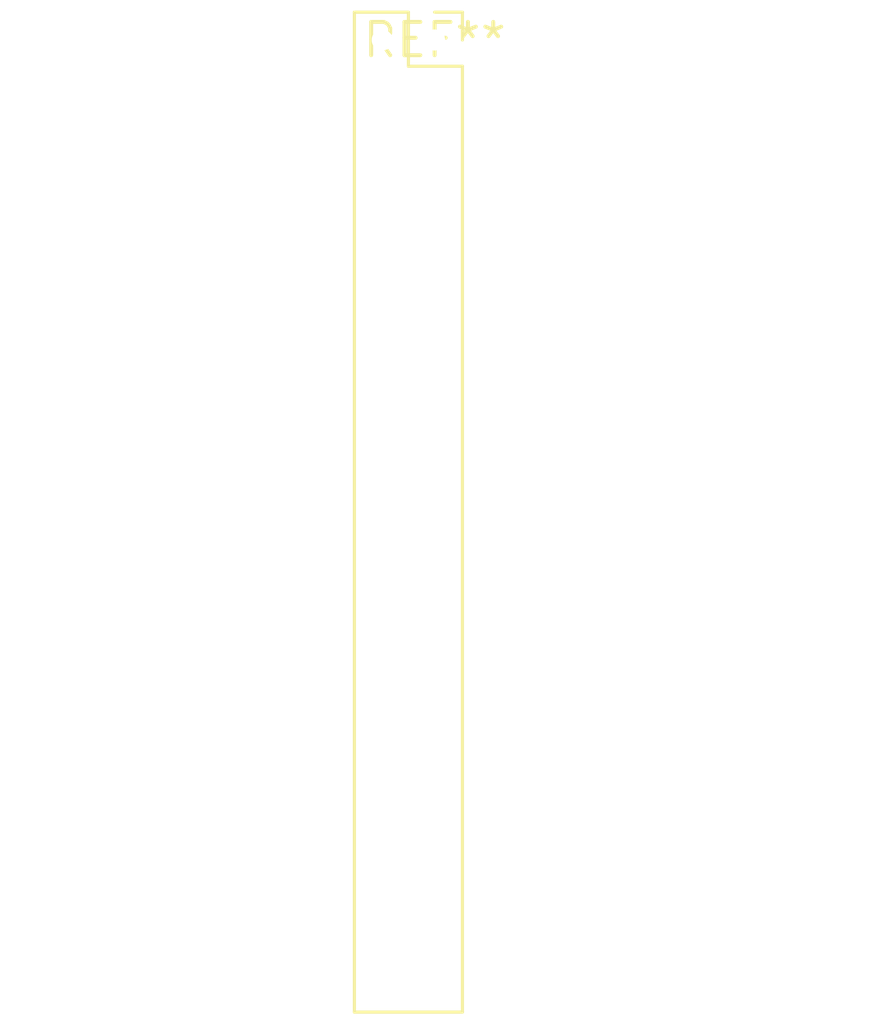
<source format=kicad_pcb>
(kicad_pcb (version 20240108) (generator pcbnew)
  (layers (0 "F.Cu" signal) (31 "B.Cu" signal) (34 "B.Paste" user) (35 "F.Paste" user) (36 "B.SilkS" user "B.Silkscreen") (37 "F.SilkS" user "F.Silkscreen") (38 "B.Mask" user) (39 "F.Mask" user) (44 "Edge.Cuts" user))
  (net 0 "")
  (footprint "PinSocket_2x19_P2.00mm_Vertical" (layer "F.Cu") (at 0 0)
    (property "Reference" "REF**")
    (property "Value" "PinSocket_2x19_P2.00mm_Vertical")
    (fp_line (start -3.06 -1.06) (end -3.06 37.06) (layer "F.SilkS") (stroke (width 0.12)))
    (fp_line (start -3.06 -1.06) (end -1 -1.06) (layer "F.SilkS") (stroke (width 0.12)))
    (fp_line (start -3.06 37.06) (end 1.06 37.06) (layer "F.SilkS") (stroke (width 0.12)))
    (fp_line (start -1 -1.06) (end -1 1) (layer "F.SilkS") (stroke (width 0.12)))
    (fp_line (start -1 1) (end 1.06 1) (layer "F.SilkS") (stroke (width 0.12)))
    (fp_line (start 0 -1.06) (end 1.06 -1.06) (layer "F.SilkS") (stroke (width 0.12)))
    (fp_line (start 1.06 -1.06) (end 1.06 0) (layer "F.SilkS") (stroke (width 0.12)))
    (fp_line (start 1.06 1) (end 1.06 37.06) (layer "F.SilkS") (stroke (width 0.12)))
    (pad "1" thru_hole rect (at 0 0) (size 1.35 1.35) (drill 0.8) (layers *.Cu *.Mask) (remove_unused_layers))
    (pad "2" thru_hole oval (at -2 0) (size 1.35 1.35) (drill 0.8) (layers *.Cu *.Mask) (remove_unused_layers))
    (pad "3" thru_hole oval (at 0 2) (size 1.35 1.35) (drill 0.8) (layers *.Cu *.Mask) (remove_unused_layers))
    (pad "4" thru_hole oval (at -2 2) (size 1.35 1.35) (drill 0.8) (layers *.Cu *.Mask) (remove_unused_layers))
    (pad "5" thru_hole oval (at 0 4) (size 1.35 1.35) (drill 0.8) (layers *.Cu *.Mask) (remove_unused_layers))
    (pad "6" thru_hole oval (at -2 4) (size 1.35 1.35) (drill 0.8) (layers *.Cu *.Mask) (remove_unused_layers))
    (pad "7" thru_hole oval (at 0 6) (size 1.35 1.35) (drill 0.8) (layers *.Cu *.Mask) (remove_unused_layers))
    (pad "8" thru_hole oval (at -2 6) (size 1.35 1.35) (drill 0.8) (layers *.Cu *.Mask) (remove_unused_layers))
    (pad "9" thru_hole oval (at 0 8) (size 1.35 1.35) (drill 0.8) (layers *.Cu *.Mask) (remove_unused_layers))
    (pad "10" thru_hole oval (at -2 8) (size 1.35 1.35) (drill 0.8) (layers *.Cu *.Mask) (remove_unused_layers))
    (pad "11" thru_hole oval (at 0 10) (size 1.35 1.35) (drill 0.8) (layers *.Cu *.Mask) (remove_unused_layers))
    (pad "12" thru_hole oval (at -2 10) (size 1.35 1.35) (drill 0.8) (layers *.Cu *.Mask) (remove_unused_layers))
    (pad "13" thru_hole oval (at 0 12) (size 1.35 1.35) (drill 0.8) (layers *.Cu *.Mask) (remove_unused_layers))
    (pad "14" thru_hole oval (at -2 12) (size 1.35 1.35) (drill 0.8) (layers *.Cu *.Mask) (remove_unused_layers))
    (pad "15" thru_hole oval (at 0 14) (size 1.35 1.35) (drill 0.8) (layers *.Cu *.Mask) (remove_unused_layers))
    (pad "16" thru_hole oval (at -2 14) (size 1.35 1.35) (drill 0.8) (layers *.Cu *.Mask) (remove_unused_layers))
    (pad "17" thru_hole oval (at 0 16) (size 1.35 1.35) (drill 0.8) (layers *.Cu *.Mask) (remove_unused_layers))
    (pad "18" thru_hole oval (at -2 16) (size 1.35 1.35) (drill 0.8) (layers *.Cu *.Mask) (remove_unused_layers))
    (pad "19" thru_hole oval (at 0 18) (size 1.35 1.35) (drill 0.8) (layers *.Cu *.Mask) (remove_unused_layers))
    (pad "20" thru_hole oval (at -2 18) (size 1.35 1.35) (drill 0.8) (layers *.Cu *.Mask) (remove_unused_layers))
    (pad "21" thru_hole oval (at 0 20) (size 1.35 1.35) (drill 0.8) (layers *.Cu *.Mask) (remove_unused_layers))
    (pad "22" thru_hole oval (at -2 20) (size 1.35 1.35) (drill 0.8) (layers *.Cu *.Mask) (remove_unused_layers))
    (pad "23" thru_hole oval (at 0 22) (size 1.35 1.35) (drill 0.8) (layers *.Cu *.Mask) (remove_unused_layers))
    (pad "24" thru_hole oval (at -2 22) (size 1.35 1.35) (drill 0.8) (layers *.Cu *.Mask) (remove_unused_layers))
    (pad "25" thru_hole oval (at 0 24) (size 1.35 1.35) (drill 0.8) (layers *.Cu *.Mask) (remove_unused_layers))
    (pad "26" thru_hole oval (at -2 24) (size 1.35 1.35) (drill 0.8) (layers *.Cu *.Mask) (remove_unused_layers))
    (pad "27" thru_hole oval (at 0 26) (size 1.35 1.35) (drill 0.8) (layers *.Cu *.Mask) (remove_unused_layers))
    (pad "28" thru_hole oval (at -2 26) (size 1.35 1.35) (drill 0.8) (layers *.Cu *.Mask) (remove_unused_layers))
    (pad "29" thru_hole oval (at 0 28) (size 1.35 1.35) (drill 0.8) (layers *.Cu *.Mask) (remove_unused_layers))
    (pad "30" thru_hole oval (at -2 28) (size 1.35 1.35) (drill 0.8) (layers *.Cu *.Mask) (remove_unused_layers))
    (pad "31" thru_hole oval (at 0 30) (size 1.35 1.35) (drill 0.8) (layers *.Cu *.Mask) (remove_unused_layers))
    (pad "32" thru_hole oval (at -2 30) (size 1.35 1.35) (drill 0.8) (layers *.Cu *.Mask) (remove_unused_layers))
    (pad "33" thru_hole oval (at 0 32) (size 1.35 1.35) (drill 0.8) (layers *.Cu *.Mask) (remove_unused_layers))
    (pad "34" thru_hole oval (at -2 32) (size 1.35 1.35) (drill 0.8) (layers *.Cu *.Mask) (remove_unused_layers))
    (pad "35" thru_hole oval (at 0 34) (size 1.35 1.35) (drill 0.8) (layers *.Cu *.Mask) (remove_unused_layers))
    (pad "36" thru_hole oval (at -2 34) (size 1.35 1.35) (drill 0.8) (layers *.Cu *.Mask) (remove_unused_layers))
    (pad "37" thru_hole oval (at 0 36) (size 1.35 1.35) (drill 0.8) (layers *.Cu *.Mask) (remove_unused_layers))
    (pad "38" thru_hole oval (at -2 36) (size 1.35 1.35) (drill 0.8) (layers *.Cu *.Mask) (remove_unused_layers))
  )
)
</source>
